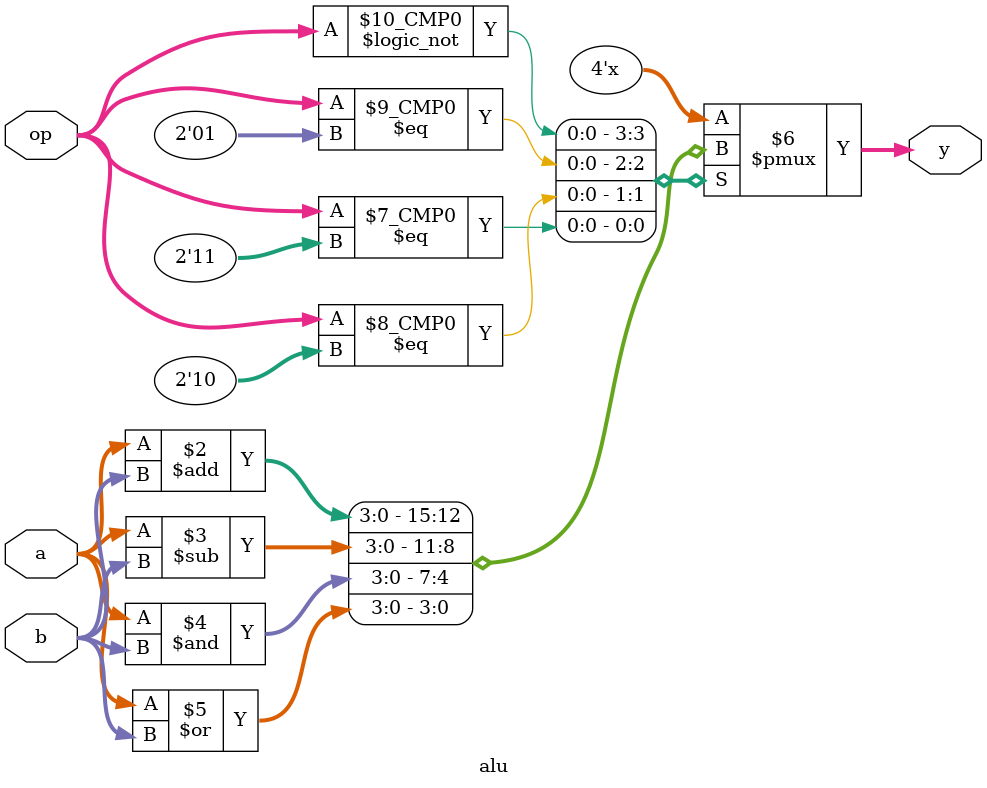
<source format=sv>
typedef enum bit [1:0] {ADD,SUB,AND,OR} opcode_e;
module alu(
  input logic [3:0] a,b,
  input opcode_e op,
  output logic [3:0]y);
 always_comb begin
   case(op)
    ADD:y=a+b;
    SUB:y=a-b;
    AND:y=a&b;
    OR:y=a|b;
  endcase
 end
endmodule

</source>
